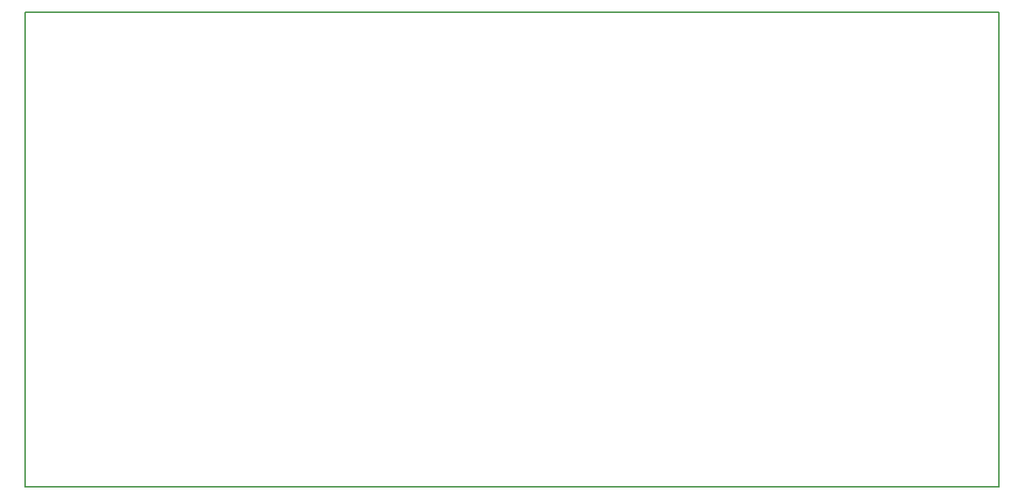
<source format=gm1>
G04 #@! TF.GenerationSoftware,KiCad,Pcbnew,(2017-11-06 revision 9df4ae65e)-makepkg*
G04 #@! TF.CreationDate,2018-07-16T22:37:48-07:00*
G04 #@! TF.ProjectId,MHz_LED_Modulator_v2,4D487A5F4C45445F4D6F64756C61746F,rev?*
G04 #@! TF.SameCoordinates,Original*
G04 #@! TF.FileFunction,Profile,NP*
%FSLAX46Y46*%
G04 Gerber Fmt 4.6, Leading zero omitted, Abs format (unit mm)*
G04 Created by KiCad (PCBNEW (2017-11-06 revision 9df4ae65e)-makepkg) date 07/16/18 22:37:48*
%MOMM*%
%LPD*%
G01*
G04 APERTURE LIST*
%ADD10C,0.150000*%
G04 APERTURE END LIST*
D10*
X111998000Y-70365000D02*
X106998000Y-70365000D01*
X111998000Y-126365000D02*
X106998000Y-126365000D01*
X221998000Y-70365000D02*
X221998000Y-126365000D01*
X111998000Y-70365000D02*
X221998000Y-70365000D01*
X111998000Y-126365000D02*
X221998000Y-126365000D01*
X106998000Y-70365000D02*
X106998000Y-126365000D01*
M02*

</source>
